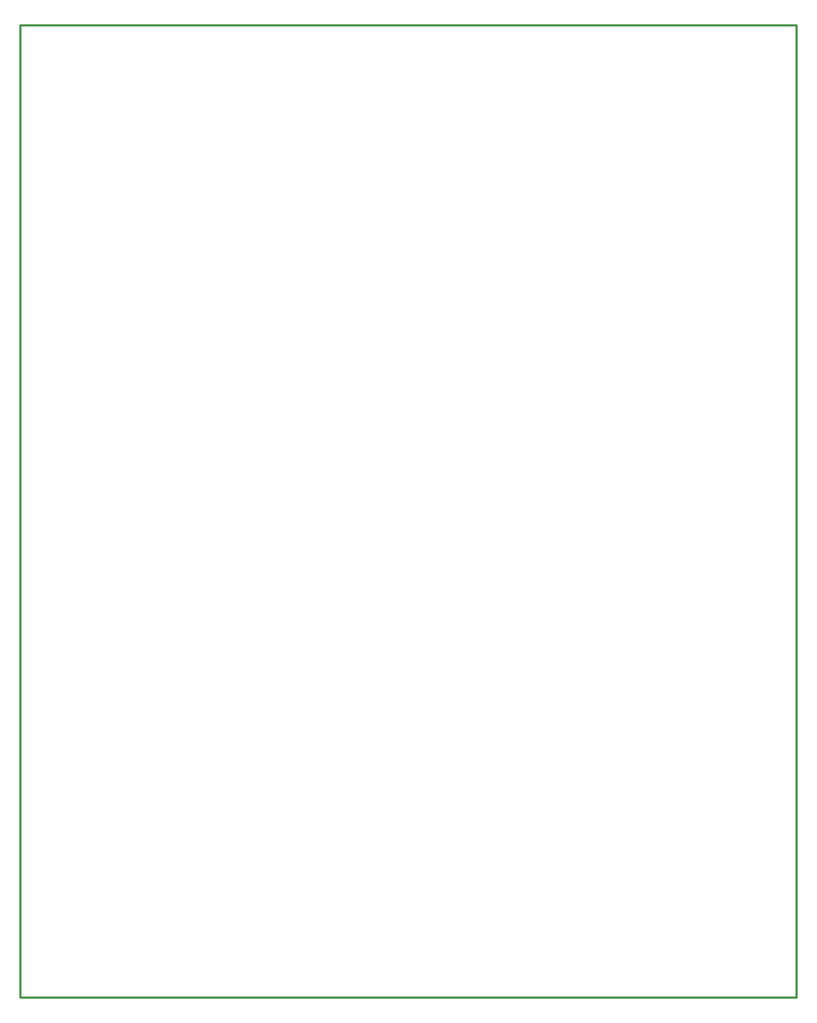
<source format=gko>
%FSTAX23Y23*%
%MOIN*%
%SFA1B1*%

%IPPOS*%
%ADD39C,0.011811*%
%LNpcb_take2-1-1*%
%LPD*%
G54D39*
X02015Y0889D02*
X06705D01*
X02015Y03015D02*
Y0889D01*
X06705Y03015D02*
Y0889D01*
X02015Y03015D02*
X06705D01*
M02*
</source>
